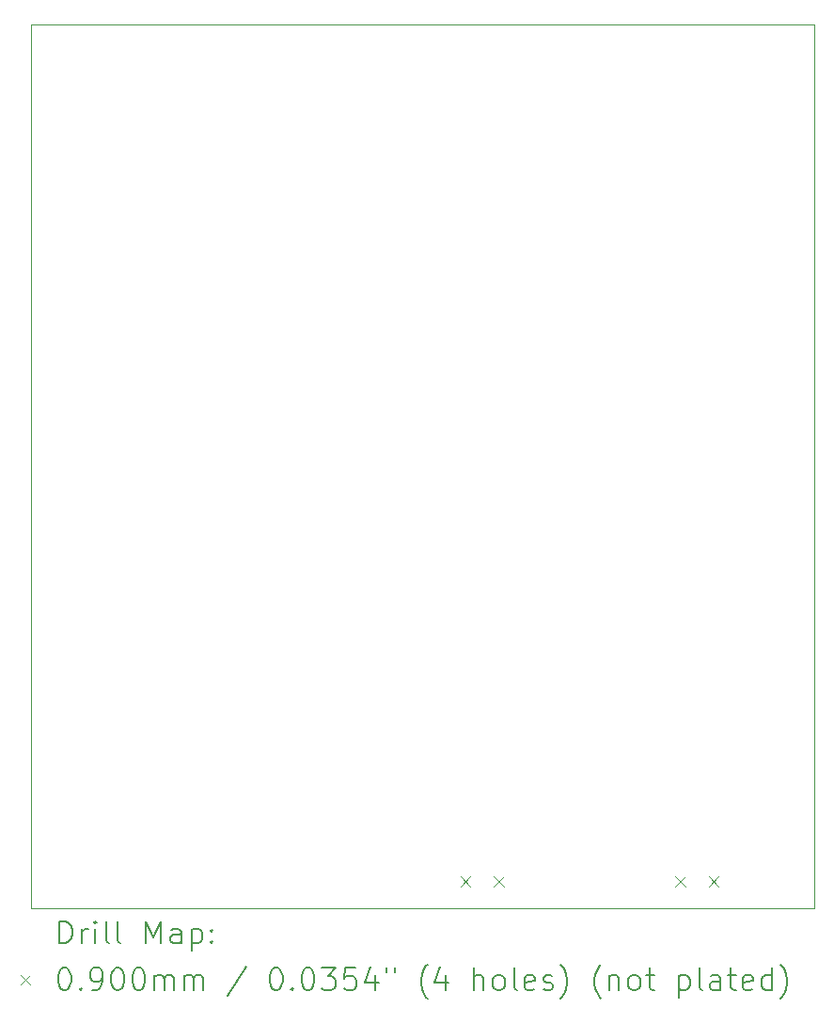
<source format=gbr>
%TF.GenerationSoftware,KiCad,Pcbnew,8.0.3*%
%TF.CreationDate,2024-12-09T22:45:46-06:00*%
%TF.ProjectId,M4_CAN_Feather_Carrier,4d345f43-414e-45f4-9665-61746865725f,6*%
%TF.SameCoordinates,Original*%
%TF.FileFunction,Drillmap*%
%TF.FilePolarity,Positive*%
%FSLAX45Y45*%
G04 Gerber Fmt 4.5, Leading zero omitted, Abs format (unit mm)*
G04 Created by KiCad (PCBNEW 8.0.3) date 2024-12-09 22:45:46*
%MOMM*%
%LPD*%
G01*
G04 APERTURE LIST*
%ADD10C,0.100000*%
%ADD11C,0.200000*%
G04 APERTURE END LIST*
D10*
X-300000Y300000D02*
X6750000Y300000D01*
X6750000Y-7650000D01*
X-300000Y-7650000D01*
X-300000Y300000D01*
D11*
D10*
X3567000Y-7365000D02*
X3657000Y-7455000D01*
X3657000Y-7365000D02*
X3567000Y-7455000D01*
X3867000Y-7365000D02*
X3957000Y-7455000D01*
X3957000Y-7365000D02*
X3867000Y-7455000D01*
X5503000Y-7365000D02*
X5593000Y-7455000D01*
X5593000Y-7365000D02*
X5503000Y-7455000D01*
X5803000Y-7365000D02*
X5893000Y-7455000D01*
X5893000Y-7365000D02*
X5803000Y-7455000D01*
D11*
X-44223Y-7966484D02*
X-44223Y-7766484D01*
X-44223Y-7766484D02*
X3396Y-7766484D01*
X3396Y-7766484D02*
X31967Y-7776008D01*
X31967Y-7776008D02*
X51015Y-7795055D01*
X51015Y-7795055D02*
X60539Y-7814103D01*
X60539Y-7814103D02*
X70063Y-7852198D01*
X70063Y-7852198D02*
X70063Y-7880769D01*
X70063Y-7880769D02*
X60539Y-7918865D01*
X60539Y-7918865D02*
X51015Y-7937912D01*
X51015Y-7937912D02*
X31967Y-7956960D01*
X31967Y-7956960D02*
X3396Y-7966484D01*
X3396Y-7966484D02*
X-44223Y-7966484D01*
X155777Y-7966484D02*
X155777Y-7833150D01*
X155777Y-7871246D02*
X165301Y-7852198D01*
X165301Y-7852198D02*
X174824Y-7842674D01*
X174824Y-7842674D02*
X193872Y-7833150D01*
X193872Y-7833150D02*
X212920Y-7833150D01*
X279586Y-7966484D02*
X279586Y-7833150D01*
X279586Y-7766484D02*
X270063Y-7776008D01*
X270063Y-7776008D02*
X279586Y-7785531D01*
X279586Y-7785531D02*
X289110Y-7776008D01*
X289110Y-7776008D02*
X279586Y-7766484D01*
X279586Y-7766484D02*
X279586Y-7785531D01*
X403396Y-7966484D02*
X384348Y-7956960D01*
X384348Y-7956960D02*
X374824Y-7937912D01*
X374824Y-7937912D02*
X374824Y-7766484D01*
X508158Y-7966484D02*
X489110Y-7956960D01*
X489110Y-7956960D02*
X479586Y-7937912D01*
X479586Y-7937912D02*
X479586Y-7766484D01*
X736729Y-7966484D02*
X736729Y-7766484D01*
X736729Y-7766484D02*
X803396Y-7909341D01*
X803396Y-7909341D02*
X870062Y-7766484D01*
X870062Y-7766484D02*
X870062Y-7966484D01*
X1051015Y-7966484D02*
X1051015Y-7861722D01*
X1051015Y-7861722D02*
X1041491Y-7842674D01*
X1041491Y-7842674D02*
X1022443Y-7833150D01*
X1022443Y-7833150D02*
X984348Y-7833150D01*
X984348Y-7833150D02*
X965301Y-7842674D01*
X1051015Y-7956960D02*
X1031967Y-7966484D01*
X1031967Y-7966484D02*
X984348Y-7966484D01*
X984348Y-7966484D02*
X965301Y-7956960D01*
X965301Y-7956960D02*
X955777Y-7937912D01*
X955777Y-7937912D02*
X955777Y-7918865D01*
X955777Y-7918865D02*
X965301Y-7899817D01*
X965301Y-7899817D02*
X984348Y-7890293D01*
X984348Y-7890293D02*
X1031967Y-7890293D01*
X1031967Y-7890293D02*
X1051015Y-7880769D01*
X1146253Y-7833150D02*
X1146253Y-8033150D01*
X1146253Y-7842674D02*
X1165301Y-7833150D01*
X1165301Y-7833150D02*
X1203396Y-7833150D01*
X1203396Y-7833150D02*
X1222444Y-7842674D01*
X1222444Y-7842674D02*
X1231967Y-7852198D01*
X1231967Y-7852198D02*
X1241491Y-7871246D01*
X1241491Y-7871246D02*
X1241491Y-7928388D01*
X1241491Y-7928388D02*
X1231967Y-7947436D01*
X1231967Y-7947436D02*
X1222444Y-7956960D01*
X1222444Y-7956960D02*
X1203396Y-7966484D01*
X1203396Y-7966484D02*
X1165301Y-7966484D01*
X1165301Y-7966484D02*
X1146253Y-7956960D01*
X1327205Y-7947436D02*
X1336729Y-7956960D01*
X1336729Y-7956960D02*
X1327205Y-7966484D01*
X1327205Y-7966484D02*
X1317682Y-7956960D01*
X1317682Y-7956960D02*
X1327205Y-7947436D01*
X1327205Y-7947436D02*
X1327205Y-7966484D01*
X1327205Y-7842674D02*
X1336729Y-7852198D01*
X1336729Y-7852198D02*
X1327205Y-7861722D01*
X1327205Y-7861722D02*
X1317682Y-7852198D01*
X1317682Y-7852198D02*
X1327205Y-7842674D01*
X1327205Y-7842674D02*
X1327205Y-7861722D01*
D10*
X-395000Y-8250000D02*
X-305000Y-8340000D01*
X-305000Y-8250000D02*
X-395000Y-8340000D01*
D11*
X-6128Y-8186484D02*
X12920Y-8186484D01*
X12920Y-8186484D02*
X31967Y-8196008D01*
X31967Y-8196008D02*
X41491Y-8205531D01*
X41491Y-8205531D02*
X51015Y-8224579D01*
X51015Y-8224579D02*
X60539Y-8262674D01*
X60539Y-8262674D02*
X60539Y-8310293D01*
X60539Y-8310293D02*
X51015Y-8348388D01*
X51015Y-8348388D02*
X41491Y-8367436D01*
X41491Y-8367436D02*
X31967Y-8376960D01*
X31967Y-8376960D02*
X12920Y-8386484D01*
X12920Y-8386484D02*
X-6128Y-8386484D01*
X-6128Y-8386484D02*
X-25175Y-8376960D01*
X-25175Y-8376960D02*
X-34699Y-8367436D01*
X-34699Y-8367436D02*
X-44223Y-8348388D01*
X-44223Y-8348388D02*
X-53747Y-8310293D01*
X-53747Y-8310293D02*
X-53747Y-8262674D01*
X-53747Y-8262674D02*
X-44223Y-8224579D01*
X-44223Y-8224579D02*
X-34699Y-8205531D01*
X-34699Y-8205531D02*
X-25175Y-8196008D01*
X-25175Y-8196008D02*
X-6128Y-8186484D01*
X146253Y-8367436D02*
X155777Y-8376960D01*
X155777Y-8376960D02*
X146253Y-8386484D01*
X146253Y-8386484D02*
X136729Y-8376960D01*
X136729Y-8376960D02*
X146253Y-8367436D01*
X146253Y-8367436D02*
X146253Y-8386484D01*
X251015Y-8386484D02*
X289110Y-8386484D01*
X289110Y-8386484D02*
X308158Y-8376960D01*
X308158Y-8376960D02*
X317682Y-8367436D01*
X317682Y-8367436D02*
X336729Y-8338865D01*
X336729Y-8338865D02*
X346253Y-8300769D01*
X346253Y-8300769D02*
X346253Y-8224579D01*
X346253Y-8224579D02*
X336729Y-8205531D01*
X336729Y-8205531D02*
X327205Y-8196008D01*
X327205Y-8196008D02*
X308158Y-8186484D01*
X308158Y-8186484D02*
X270063Y-8186484D01*
X270063Y-8186484D02*
X251015Y-8196008D01*
X251015Y-8196008D02*
X241491Y-8205531D01*
X241491Y-8205531D02*
X231967Y-8224579D01*
X231967Y-8224579D02*
X231967Y-8272198D01*
X231967Y-8272198D02*
X241491Y-8291246D01*
X241491Y-8291246D02*
X251015Y-8300769D01*
X251015Y-8300769D02*
X270063Y-8310293D01*
X270063Y-8310293D02*
X308158Y-8310293D01*
X308158Y-8310293D02*
X327205Y-8300769D01*
X327205Y-8300769D02*
X336729Y-8291246D01*
X336729Y-8291246D02*
X346253Y-8272198D01*
X470062Y-8186484D02*
X489110Y-8186484D01*
X489110Y-8186484D02*
X508158Y-8196008D01*
X508158Y-8196008D02*
X517682Y-8205531D01*
X517682Y-8205531D02*
X527205Y-8224579D01*
X527205Y-8224579D02*
X536729Y-8262674D01*
X536729Y-8262674D02*
X536729Y-8310293D01*
X536729Y-8310293D02*
X527205Y-8348388D01*
X527205Y-8348388D02*
X517682Y-8367436D01*
X517682Y-8367436D02*
X508158Y-8376960D01*
X508158Y-8376960D02*
X489110Y-8386484D01*
X489110Y-8386484D02*
X470062Y-8386484D01*
X470062Y-8386484D02*
X451015Y-8376960D01*
X451015Y-8376960D02*
X441491Y-8367436D01*
X441491Y-8367436D02*
X431967Y-8348388D01*
X431967Y-8348388D02*
X422443Y-8310293D01*
X422443Y-8310293D02*
X422443Y-8262674D01*
X422443Y-8262674D02*
X431967Y-8224579D01*
X431967Y-8224579D02*
X441491Y-8205531D01*
X441491Y-8205531D02*
X451015Y-8196008D01*
X451015Y-8196008D02*
X470062Y-8186484D01*
X660539Y-8186484D02*
X679586Y-8186484D01*
X679586Y-8186484D02*
X698634Y-8196008D01*
X698634Y-8196008D02*
X708158Y-8205531D01*
X708158Y-8205531D02*
X717682Y-8224579D01*
X717682Y-8224579D02*
X727205Y-8262674D01*
X727205Y-8262674D02*
X727205Y-8310293D01*
X727205Y-8310293D02*
X717682Y-8348388D01*
X717682Y-8348388D02*
X708158Y-8367436D01*
X708158Y-8367436D02*
X698634Y-8376960D01*
X698634Y-8376960D02*
X679586Y-8386484D01*
X679586Y-8386484D02*
X660539Y-8386484D01*
X660539Y-8386484D02*
X641491Y-8376960D01*
X641491Y-8376960D02*
X631967Y-8367436D01*
X631967Y-8367436D02*
X622444Y-8348388D01*
X622444Y-8348388D02*
X612920Y-8310293D01*
X612920Y-8310293D02*
X612920Y-8262674D01*
X612920Y-8262674D02*
X622444Y-8224579D01*
X622444Y-8224579D02*
X631967Y-8205531D01*
X631967Y-8205531D02*
X641491Y-8196008D01*
X641491Y-8196008D02*
X660539Y-8186484D01*
X812920Y-8386484D02*
X812920Y-8253150D01*
X812920Y-8272198D02*
X822443Y-8262674D01*
X822443Y-8262674D02*
X841491Y-8253150D01*
X841491Y-8253150D02*
X870063Y-8253150D01*
X870063Y-8253150D02*
X889110Y-8262674D01*
X889110Y-8262674D02*
X898634Y-8281722D01*
X898634Y-8281722D02*
X898634Y-8386484D01*
X898634Y-8281722D02*
X908158Y-8262674D01*
X908158Y-8262674D02*
X927205Y-8253150D01*
X927205Y-8253150D02*
X955777Y-8253150D01*
X955777Y-8253150D02*
X974824Y-8262674D01*
X974824Y-8262674D02*
X984348Y-8281722D01*
X984348Y-8281722D02*
X984348Y-8386484D01*
X1079586Y-8386484D02*
X1079586Y-8253150D01*
X1079586Y-8272198D02*
X1089110Y-8262674D01*
X1089110Y-8262674D02*
X1108158Y-8253150D01*
X1108158Y-8253150D02*
X1136729Y-8253150D01*
X1136729Y-8253150D02*
X1155777Y-8262674D01*
X1155777Y-8262674D02*
X1165301Y-8281722D01*
X1165301Y-8281722D02*
X1165301Y-8386484D01*
X1165301Y-8281722D02*
X1174825Y-8262674D01*
X1174825Y-8262674D02*
X1193872Y-8253150D01*
X1193872Y-8253150D02*
X1222444Y-8253150D01*
X1222444Y-8253150D02*
X1241491Y-8262674D01*
X1241491Y-8262674D02*
X1251015Y-8281722D01*
X1251015Y-8281722D02*
X1251015Y-8386484D01*
X1641491Y-8176960D02*
X1470063Y-8434103D01*
X1898634Y-8186484D02*
X1917682Y-8186484D01*
X1917682Y-8186484D02*
X1936729Y-8196008D01*
X1936729Y-8196008D02*
X1946253Y-8205531D01*
X1946253Y-8205531D02*
X1955777Y-8224579D01*
X1955777Y-8224579D02*
X1965301Y-8262674D01*
X1965301Y-8262674D02*
X1965301Y-8310293D01*
X1965301Y-8310293D02*
X1955777Y-8348388D01*
X1955777Y-8348388D02*
X1946253Y-8367436D01*
X1946253Y-8367436D02*
X1936729Y-8376960D01*
X1936729Y-8376960D02*
X1917682Y-8386484D01*
X1917682Y-8386484D02*
X1898634Y-8386484D01*
X1898634Y-8386484D02*
X1879586Y-8376960D01*
X1879586Y-8376960D02*
X1870063Y-8367436D01*
X1870063Y-8367436D02*
X1860539Y-8348388D01*
X1860539Y-8348388D02*
X1851015Y-8310293D01*
X1851015Y-8310293D02*
X1851015Y-8262674D01*
X1851015Y-8262674D02*
X1860539Y-8224579D01*
X1860539Y-8224579D02*
X1870063Y-8205531D01*
X1870063Y-8205531D02*
X1879586Y-8196008D01*
X1879586Y-8196008D02*
X1898634Y-8186484D01*
X2051015Y-8367436D02*
X2060539Y-8376960D01*
X2060539Y-8376960D02*
X2051015Y-8386484D01*
X2051015Y-8386484D02*
X2041491Y-8376960D01*
X2041491Y-8376960D02*
X2051015Y-8367436D01*
X2051015Y-8367436D02*
X2051015Y-8386484D01*
X2184348Y-8186484D02*
X2203396Y-8186484D01*
X2203396Y-8186484D02*
X2222444Y-8196008D01*
X2222444Y-8196008D02*
X2231968Y-8205531D01*
X2231968Y-8205531D02*
X2241491Y-8224579D01*
X2241491Y-8224579D02*
X2251015Y-8262674D01*
X2251015Y-8262674D02*
X2251015Y-8310293D01*
X2251015Y-8310293D02*
X2241491Y-8348388D01*
X2241491Y-8348388D02*
X2231968Y-8367436D01*
X2231968Y-8367436D02*
X2222444Y-8376960D01*
X2222444Y-8376960D02*
X2203396Y-8386484D01*
X2203396Y-8386484D02*
X2184348Y-8386484D01*
X2184348Y-8386484D02*
X2165301Y-8376960D01*
X2165301Y-8376960D02*
X2155777Y-8367436D01*
X2155777Y-8367436D02*
X2146253Y-8348388D01*
X2146253Y-8348388D02*
X2136729Y-8310293D01*
X2136729Y-8310293D02*
X2136729Y-8262674D01*
X2136729Y-8262674D02*
X2146253Y-8224579D01*
X2146253Y-8224579D02*
X2155777Y-8205531D01*
X2155777Y-8205531D02*
X2165301Y-8196008D01*
X2165301Y-8196008D02*
X2184348Y-8186484D01*
X2317682Y-8186484D02*
X2441491Y-8186484D01*
X2441491Y-8186484D02*
X2374825Y-8262674D01*
X2374825Y-8262674D02*
X2403396Y-8262674D01*
X2403396Y-8262674D02*
X2422444Y-8272198D01*
X2422444Y-8272198D02*
X2431968Y-8281722D01*
X2431968Y-8281722D02*
X2441491Y-8300769D01*
X2441491Y-8300769D02*
X2441491Y-8348388D01*
X2441491Y-8348388D02*
X2431968Y-8367436D01*
X2431968Y-8367436D02*
X2422444Y-8376960D01*
X2422444Y-8376960D02*
X2403396Y-8386484D01*
X2403396Y-8386484D02*
X2346253Y-8386484D01*
X2346253Y-8386484D02*
X2327206Y-8376960D01*
X2327206Y-8376960D02*
X2317682Y-8367436D01*
X2622444Y-8186484D02*
X2527206Y-8186484D01*
X2527206Y-8186484D02*
X2517682Y-8281722D01*
X2517682Y-8281722D02*
X2527206Y-8272198D01*
X2527206Y-8272198D02*
X2546253Y-8262674D01*
X2546253Y-8262674D02*
X2593872Y-8262674D01*
X2593872Y-8262674D02*
X2612920Y-8272198D01*
X2612920Y-8272198D02*
X2622444Y-8281722D01*
X2622444Y-8281722D02*
X2631968Y-8300769D01*
X2631968Y-8300769D02*
X2631968Y-8348388D01*
X2631968Y-8348388D02*
X2622444Y-8367436D01*
X2622444Y-8367436D02*
X2612920Y-8376960D01*
X2612920Y-8376960D02*
X2593872Y-8386484D01*
X2593872Y-8386484D02*
X2546253Y-8386484D01*
X2546253Y-8386484D02*
X2527206Y-8376960D01*
X2527206Y-8376960D02*
X2517682Y-8367436D01*
X2803396Y-8253150D02*
X2803396Y-8386484D01*
X2755777Y-8176960D02*
X2708158Y-8319817D01*
X2708158Y-8319817D02*
X2831967Y-8319817D01*
X2898634Y-8186484D02*
X2898634Y-8224579D01*
X2974825Y-8186484D02*
X2974825Y-8224579D01*
X3270063Y-8462674D02*
X3260539Y-8453150D01*
X3260539Y-8453150D02*
X3241491Y-8424579D01*
X3241491Y-8424579D02*
X3231968Y-8405531D01*
X3231968Y-8405531D02*
X3222444Y-8376960D01*
X3222444Y-8376960D02*
X3212920Y-8329341D01*
X3212920Y-8329341D02*
X3212920Y-8291246D01*
X3212920Y-8291246D02*
X3222444Y-8243627D01*
X3222444Y-8243627D02*
X3231968Y-8215055D01*
X3231968Y-8215055D02*
X3241491Y-8196008D01*
X3241491Y-8196008D02*
X3260539Y-8167436D01*
X3260539Y-8167436D02*
X3270063Y-8157912D01*
X3431968Y-8253150D02*
X3431968Y-8386484D01*
X3384348Y-8176960D02*
X3336729Y-8319817D01*
X3336729Y-8319817D02*
X3460539Y-8319817D01*
X3689110Y-8386484D02*
X3689110Y-8186484D01*
X3774825Y-8386484D02*
X3774825Y-8281722D01*
X3774825Y-8281722D02*
X3765301Y-8262674D01*
X3765301Y-8262674D02*
X3746253Y-8253150D01*
X3746253Y-8253150D02*
X3717682Y-8253150D01*
X3717682Y-8253150D02*
X3698634Y-8262674D01*
X3698634Y-8262674D02*
X3689110Y-8272198D01*
X3898634Y-8386484D02*
X3879587Y-8376960D01*
X3879587Y-8376960D02*
X3870063Y-8367436D01*
X3870063Y-8367436D02*
X3860539Y-8348388D01*
X3860539Y-8348388D02*
X3860539Y-8291246D01*
X3860539Y-8291246D02*
X3870063Y-8272198D01*
X3870063Y-8272198D02*
X3879587Y-8262674D01*
X3879587Y-8262674D02*
X3898634Y-8253150D01*
X3898634Y-8253150D02*
X3927206Y-8253150D01*
X3927206Y-8253150D02*
X3946253Y-8262674D01*
X3946253Y-8262674D02*
X3955777Y-8272198D01*
X3955777Y-8272198D02*
X3965301Y-8291246D01*
X3965301Y-8291246D02*
X3965301Y-8348388D01*
X3965301Y-8348388D02*
X3955777Y-8367436D01*
X3955777Y-8367436D02*
X3946253Y-8376960D01*
X3946253Y-8376960D02*
X3927206Y-8386484D01*
X3927206Y-8386484D02*
X3898634Y-8386484D01*
X4079587Y-8386484D02*
X4060539Y-8376960D01*
X4060539Y-8376960D02*
X4051015Y-8357912D01*
X4051015Y-8357912D02*
X4051015Y-8186484D01*
X4231968Y-8376960D02*
X4212920Y-8386484D01*
X4212920Y-8386484D02*
X4174825Y-8386484D01*
X4174825Y-8386484D02*
X4155777Y-8376960D01*
X4155777Y-8376960D02*
X4146253Y-8357912D01*
X4146253Y-8357912D02*
X4146253Y-8281722D01*
X4146253Y-8281722D02*
X4155777Y-8262674D01*
X4155777Y-8262674D02*
X4174825Y-8253150D01*
X4174825Y-8253150D02*
X4212920Y-8253150D01*
X4212920Y-8253150D02*
X4231968Y-8262674D01*
X4231968Y-8262674D02*
X4241492Y-8281722D01*
X4241492Y-8281722D02*
X4241492Y-8300769D01*
X4241492Y-8300769D02*
X4146253Y-8319817D01*
X4317682Y-8376960D02*
X4336730Y-8386484D01*
X4336730Y-8386484D02*
X4374825Y-8386484D01*
X4374825Y-8386484D02*
X4393873Y-8376960D01*
X4393873Y-8376960D02*
X4403396Y-8357912D01*
X4403396Y-8357912D02*
X4403396Y-8348388D01*
X4403396Y-8348388D02*
X4393873Y-8329341D01*
X4393873Y-8329341D02*
X4374825Y-8319817D01*
X4374825Y-8319817D02*
X4346253Y-8319817D01*
X4346253Y-8319817D02*
X4327206Y-8310293D01*
X4327206Y-8310293D02*
X4317682Y-8291246D01*
X4317682Y-8291246D02*
X4317682Y-8281722D01*
X4317682Y-8281722D02*
X4327206Y-8262674D01*
X4327206Y-8262674D02*
X4346253Y-8253150D01*
X4346253Y-8253150D02*
X4374825Y-8253150D01*
X4374825Y-8253150D02*
X4393873Y-8262674D01*
X4470063Y-8462674D02*
X4479587Y-8453150D01*
X4479587Y-8453150D02*
X4498634Y-8424579D01*
X4498634Y-8424579D02*
X4508158Y-8405531D01*
X4508158Y-8405531D02*
X4517682Y-8376960D01*
X4517682Y-8376960D02*
X4527206Y-8329341D01*
X4527206Y-8329341D02*
X4527206Y-8291246D01*
X4527206Y-8291246D02*
X4517682Y-8243627D01*
X4517682Y-8243627D02*
X4508158Y-8215055D01*
X4508158Y-8215055D02*
X4498634Y-8196008D01*
X4498634Y-8196008D02*
X4479587Y-8167436D01*
X4479587Y-8167436D02*
X4470063Y-8157912D01*
X4831968Y-8462674D02*
X4822444Y-8453150D01*
X4822444Y-8453150D02*
X4803396Y-8424579D01*
X4803396Y-8424579D02*
X4793873Y-8405531D01*
X4793873Y-8405531D02*
X4784349Y-8376960D01*
X4784349Y-8376960D02*
X4774825Y-8329341D01*
X4774825Y-8329341D02*
X4774825Y-8291246D01*
X4774825Y-8291246D02*
X4784349Y-8243627D01*
X4784349Y-8243627D02*
X4793873Y-8215055D01*
X4793873Y-8215055D02*
X4803396Y-8196008D01*
X4803396Y-8196008D02*
X4822444Y-8167436D01*
X4822444Y-8167436D02*
X4831968Y-8157912D01*
X4908158Y-8253150D02*
X4908158Y-8386484D01*
X4908158Y-8272198D02*
X4917682Y-8262674D01*
X4917682Y-8262674D02*
X4936730Y-8253150D01*
X4936730Y-8253150D02*
X4965301Y-8253150D01*
X4965301Y-8253150D02*
X4984349Y-8262674D01*
X4984349Y-8262674D02*
X4993873Y-8281722D01*
X4993873Y-8281722D02*
X4993873Y-8386484D01*
X5117682Y-8386484D02*
X5098634Y-8376960D01*
X5098634Y-8376960D02*
X5089111Y-8367436D01*
X5089111Y-8367436D02*
X5079587Y-8348388D01*
X5079587Y-8348388D02*
X5079587Y-8291246D01*
X5079587Y-8291246D02*
X5089111Y-8272198D01*
X5089111Y-8272198D02*
X5098634Y-8262674D01*
X5098634Y-8262674D02*
X5117682Y-8253150D01*
X5117682Y-8253150D02*
X5146254Y-8253150D01*
X5146254Y-8253150D02*
X5165301Y-8262674D01*
X5165301Y-8262674D02*
X5174825Y-8272198D01*
X5174825Y-8272198D02*
X5184349Y-8291246D01*
X5184349Y-8291246D02*
X5184349Y-8348388D01*
X5184349Y-8348388D02*
X5174825Y-8367436D01*
X5174825Y-8367436D02*
X5165301Y-8376960D01*
X5165301Y-8376960D02*
X5146254Y-8386484D01*
X5146254Y-8386484D02*
X5117682Y-8386484D01*
X5241492Y-8253150D02*
X5317682Y-8253150D01*
X5270063Y-8186484D02*
X5270063Y-8357912D01*
X5270063Y-8357912D02*
X5279587Y-8376960D01*
X5279587Y-8376960D02*
X5298634Y-8386484D01*
X5298634Y-8386484D02*
X5317682Y-8386484D01*
X5536730Y-8253150D02*
X5536730Y-8453150D01*
X5536730Y-8262674D02*
X5555777Y-8253150D01*
X5555777Y-8253150D02*
X5593873Y-8253150D01*
X5593873Y-8253150D02*
X5612920Y-8262674D01*
X5612920Y-8262674D02*
X5622444Y-8272198D01*
X5622444Y-8272198D02*
X5631968Y-8291246D01*
X5631968Y-8291246D02*
X5631968Y-8348388D01*
X5631968Y-8348388D02*
X5622444Y-8367436D01*
X5622444Y-8367436D02*
X5612920Y-8376960D01*
X5612920Y-8376960D02*
X5593873Y-8386484D01*
X5593873Y-8386484D02*
X5555777Y-8386484D01*
X5555777Y-8386484D02*
X5536730Y-8376960D01*
X5746253Y-8386484D02*
X5727206Y-8376960D01*
X5727206Y-8376960D02*
X5717682Y-8357912D01*
X5717682Y-8357912D02*
X5717682Y-8186484D01*
X5908158Y-8386484D02*
X5908158Y-8281722D01*
X5908158Y-8281722D02*
X5898634Y-8262674D01*
X5898634Y-8262674D02*
X5879587Y-8253150D01*
X5879587Y-8253150D02*
X5841492Y-8253150D01*
X5841492Y-8253150D02*
X5822444Y-8262674D01*
X5908158Y-8376960D02*
X5889111Y-8386484D01*
X5889111Y-8386484D02*
X5841492Y-8386484D01*
X5841492Y-8386484D02*
X5822444Y-8376960D01*
X5822444Y-8376960D02*
X5812920Y-8357912D01*
X5812920Y-8357912D02*
X5812920Y-8338865D01*
X5812920Y-8338865D02*
X5822444Y-8319817D01*
X5822444Y-8319817D02*
X5841492Y-8310293D01*
X5841492Y-8310293D02*
X5889111Y-8310293D01*
X5889111Y-8310293D02*
X5908158Y-8300769D01*
X5974825Y-8253150D02*
X6051015Y-8253150D01*
X6003396Y-8186484D02*
X6003396Y-8357912D01*
X6003396Y-8357912D02*
X6012920Y-8376960D01*
X6012920Y-8376960D02*
X6031968Y-8386484D01*
X6031968Y-8386484D02*
X6051015Y-8386484D01*
X6193873Y-8376960D02*
X6174825Y-8386484D01*
X6174825Y-8386484D02*
X6136730Y-8386484D01*
X6136730Y-8386484D02*
X6117682Y-8376960D01*
X6117682Y-8376960D02*
X6108158Y-8357912D01*
X6108158Y-8357912D02*
X6108158Y-8281722D01*
X6108158Y-8281722D02*
X6117682Y-8262674D01*
X6117682Y-8262674D02*
X6136730Y-8253150D01*
X6136730Y-8253150D02*
X6174825Y-8253150D01*
X6174825Y-8253150D02*
X6193873Y-8262674D01*
X6193873Y-8262674D02*
X6203396Y-8281722D01*
X6203396Y-8281722D02*
X6203396Y-8300769D01*
X6203396Y-8300769D02*
X6108158Y-8319817D01*
X6374825Y-8386484D02*
X6374825Y-8186484D01*
X6374825Y-8376960D02*
X6355777Y-8386484D01*
X6355777Y-8386484D02*
X6317682Y-8386484D01*
X6317682Y-8386484D02*
X6298634Y-8376960D01*
X6298634Y-8376960D02*
X6289111Y-8367436D01*
X6289111Y-8367436D02*
X6279587Y-8348388D01*
X6279587Y-8348388D02*
X6279587Y-8291246D01*
X6279587Y-8291246D02*
X6289111Y-8272198D01*
X6289111Y-8272198D02*
X6298634Y-8262674D01*
X6298634Y-8262674D02*
X6317682Y-8253150D01*
X6317682Y-8253150D02*
X6355777Y-8253150D01*
X6355777Y-8253150D02*
X6374825Y-8262674D01*
X6451015Y-8462674D02*
X6460539Y-8453150D01*
X6460539Y-8453150D02*
X6479587Y-8424579D01*
X6479587Y-8424579D02*
X6489111Y-8405531D01*
X6489111Y-8405531D02*
X6498634Y-8376960D01*
X6498634Y-8376960D02*
X6508158Y-8329341D01*
X6508158Y-8329341D02*
X6508158Y-8291246D01*
X6508158Y-8291246D02*
X6498634Y-8243627D01*
X6498634Y-8243627D02*
X6489111Y-8215055D01*
X6489111Y-8215055D02*
X6479587Y-8196008D01*
X6479587Y-8196008D02*
X6460539Y-8167436D01*
X6460539Y-8167436D02*
X6451015Y-8157912D01*
M02*

</source>
